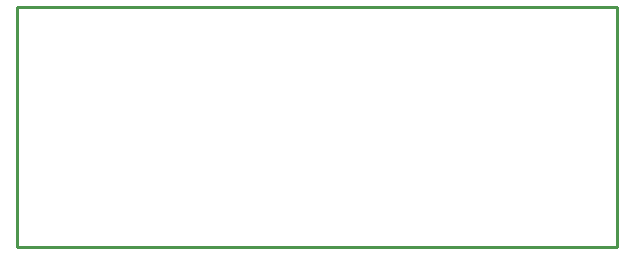
<source format=gko>
G04 Layer_Color=16777215*
%FSAX24Y24*%
%MOIN*%
G70*
G01*
G75*
%ADD29C,0.0100*%
D29*
X039500Y039500D02*
X059500D01*
X039500Y047500D02*
X059500D01*
Y039500D02*
Y047500D01*
X039500Y039500D02*
Y047500D01*
M02*

</source>
